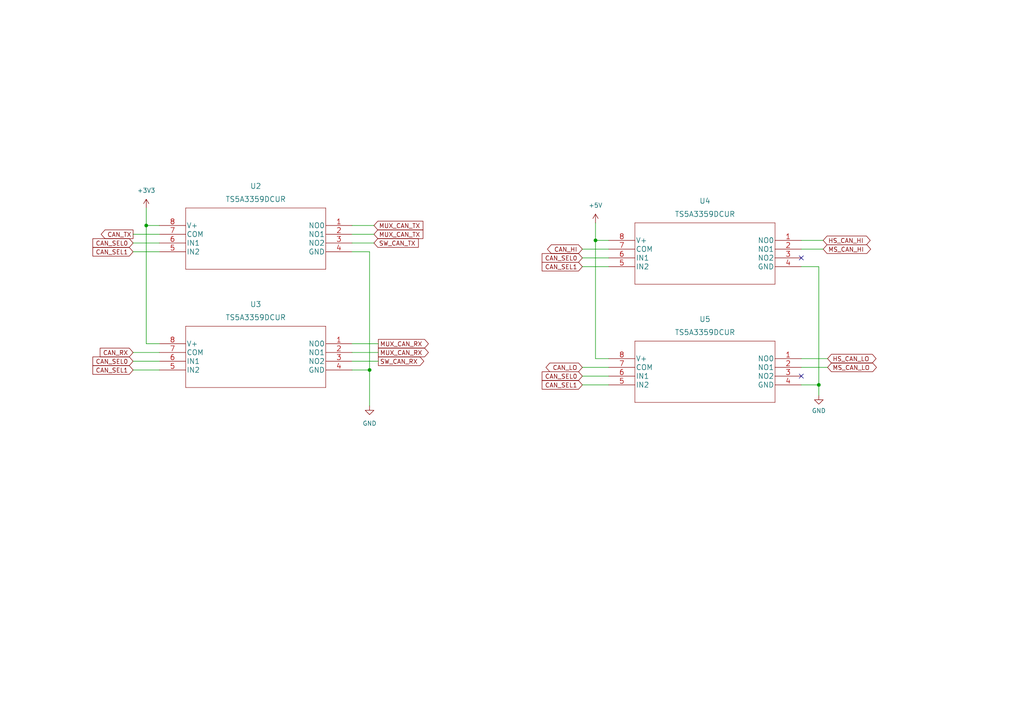
<source format=kicad_sch>
(kicad_sch (version 20211123) (generator eeschema)
  (paper "A4")
  (title_block (title "OBDII-Feather Interface") (date "2023-03-13") (rev "1.0") (company "Gavin Hurlbut"))
  (lib_symbols
    (symbol "UltraLibrarian:TS5A3359DCUR" (pin_names (offset 0.254))
      (property "Reference" "U" (at 27.94 10.16 0))
      (property "Value" "TS5A3359DCUR" (at 27.94 7.62 0))
      (symbol "TS5A3359DCUR_1_1"
        (polyline (pts (xy 7.62 -12.7) (xy 48.26 -12.7)) (stroke (width 0.127)))
        (polyline (pts (xy 7.62 5.08) (xy 7.62 -12.7)) (stroke (width 0.127)))
        (polyline (pts (xy 48.26 -12.7) (xy 48.26 5.08)) (stroke (width 0.127)))
        (polyline (pts (xy 48.26 5.08) (xy 7.62 5.08)) (stroke (width 0.127)))
        (pin output line (at 0 0 0) (length 7.62) (name "NO0") (number "1"))
        (pin output line (at 0 -2.54 0) (length 7.62) (name "NO1") (number "2"))
        (pin output line (at 0 -5.08 0) (length 7.62) (name "NO2") (number "3"))
        (pin power_in line (at 0 -7.62 0) (length 7.62) (name "GND") (number "4"))
        (pin input line (at 55.88 -7.62 180) (length 7.62) (name "IN2") (number "5"))
        (pin input line (at 55.88 -5.08 180) (length 7.62) (name "IN1") (number "6"))
        (pin unspecified line (at 55.88 -2.54 180) (length 7.62) (name "COM") (number "7"))
        (pin power_in line (at 55.88 0 180) (length 7.62) (name "V+") (number "8"))
      )
    )
    (symbol "power:+3V3" (power) (pin_names (offset 0))
      (property "Value" "+3V3" (at 0 3.556 0))
      (symbol "+3V3_0_1"
        (polyline (pts (xy -0.762 1.27) (xy 0 2.54)))
        (polyline (pts (xy 0 0) (xy 0 2.54)))
        (polyline (pts (xy 0 2.54) (xy 0.762 1.27)))
      )
      (symbol "+3V3_1_1"
        (pin power_in line (at 0 0 90) (length 0) hide (name "+3V3") (number "1"))
      )
    )
    (symbol "power:+5V" (power) (pin_names (offset 0))
      (property "Value" "+5V" (at 0 3.556 0))
      (symbol "+5V_0_1"
        (polyline (pts (xy -0.762 1.27) (xy 0 2.54)))
        (polyline (pts (xy 0 0) (xy 0 2.54)))
        (polyline (pts (xy 0 2.54) (xy 0.762 1.27)))
      )
      (symbol "+5V_1_1"
        (pin power_in line (at 0 0 90) (length 0) hide (name "+5V") (number "1"))
      )
    )
    (symbol "power:GND" (power) (pin_names (offset 0))
      (property "Value" "GND" (at 0 -3.81 0))
      (symbol "GND_0_1"
        (polyline (pts (xy 0 0) (xy 0 -1.27) (xy 1.27 -1.27) (xy 0 -2.54) (xy -1.27 -1.27) (xy 0 -1.27)))
      )
      (symbol "GND_1_1"
        (pin power_in line (at 0 0 270) (length 0) hide (name "GND") (number "1"))
      )
    )
  )
  (junction (at 237.49 111.633))
  (junction (at 107.188 107.315))
  (junction (at 172.72 69.723))
  (junction (at 42.418 65.405))
  (no_connect (at 232.41 74.803))
  (no_connect (at 232.41 109.093))
  (wire (pts (xy 107.188 73.025) (xy 102.108 73.025)))
  (wire (pts (xy 46.228 102.235) (xy 38.608 102.235)))
  (wire (pts (xy 42.418 60.325) (xy 42.418 65.405)))
  (wire (pts (xy 176.53 111.633) (xy 168.91 111.633)))
  (wire (pts (xy 46.228 73.025) (xy 38.608 73.025)))
  (wire (pts (xy 176.53 72.263) (xy 168.91 72.263)))
  (wire (pts (xy 237.49 111.633) (xy 237.49 114.681)))
  (wire (pts (xy 172.72 64.643) (xy 172.72 69.723)))
  (wire (pts (xy 108.458 65.405) (xy 102.108 65.405)))
  (wire (pts (xy 108.458 67.945) (xy 102.108 67.945)))
  (wire (pts (xy 237.49 111.633) (xy 237.49 77.343)))
  (wire (pts (xy 102.108 102.235) (xy 109.728 102.235)))
  (wire (pts (xy 107.188 107.315) (xy 107.188 73.025)))
  (wire (pts (xy 172.72 69.723) (xy 176.53 69.723)))
  (wire (pts (xy 46.228 99.695) (xy 42.418 99.695)))
  (wire (pts (xy 176.53 106.553) (xy 168.91 106.553)))
  (wire (pts (xy 46.228 107.315) (xy 38.608 107.315)))
  (wire (pts (xy 46.228 67.945) (xy 38.608 67.945)))
  (wire (pts (xy 172.72 69.723) (xy 172.72 104.013)))
  (wire (pts (xy 107.188 107.315) (xy 107.188 117.729)))
  (wire (pts (xy 176.53 104.013) (xy 172.72 104.013)))
  (wire (pts (xy 176.53 109.093) (xy 168.91 109.093)))
  (wire (pts (xy 42.418 65.405) (xy 42.418 99.695)))
  (wire (pts (xy 42.418 65.405) (xy 46.228 65.405)))
  (wire (pts (xy 238.76 69.723) (xy 232.41 69.723)))
  (wire (pts (xy 238.76 72.263) (xy 232.41 72.263)))
  (wire (pts (xy 176.53 74.803) (xy 168.91 74.803)))
  (wire (pts (xy 232.41 104.013) (xy 240.03 104.013)))
  (wire (pts (xy 237.49 77.343) (xy 232.41 77.343)))
  (wire (pts (xy 46.228 70.485) (xy 38.608 70.485)))
  (wire (pts (xy 102.108 99.695) (xy 109.728 99.695)))
  (wire (pts (xy 107.188 107.315) (xy 102.108 107.315)))
  (wire (pts (xy 102.108 104.775) (xy 109.728 104.775)))
  (wire (pts (xy 176.53 77.343) (xy 168.91 77.343)))
  (wire (pts (xy 232.41 106.553) (xy 240.03 106.553)))
  (wire (pts (xy 108.458 70.485) (xy 102.108 70.485)))
  (wire (pts (xy 237.49 111.633) (xy 232.41 111.633)))
  (wire (pts (xy 46.228 104.775) (xy 38.608 104.775)))
  (global_label "MS_CAN_LO" (shape bidirectional) (at 240.03 106.553 0) (property "Intersheet References" "${INTERSHEET_REFS}" (effects hide)))
  (global_label "CAN_TX" (shape output) (at 38.608 67.945 180) (property "Intersheet References" "${INTERSHEET_REFS}" (effects hide)))
  (global_label "MS_CAN_HI" (shape bidirectional) (at 238.76 72.263 0) (property "Intersheet References" "${INTERSHEET_REFS}" (effects hide)))
  (global_label "CAN_SEL0" (shape input) (at 168.91 109.093 180) (property "Intersheet References" "${INTERSHEET_REFS}" (effects hide)))
  (global_label "SW_CAN_TX" (shape input) (at 108.458 70.485 0) (property "Intersheet References" "${INTERSHEET_REFS}" (effects hide)))
  (global_label "MUX_CAN_RX" (shape output) (at 109.728 102.235 0) (property "Intersheet References" "${INTERSHEET_REFS}" (effects hide)))
  (global_label "CAN_LO" (shape bidirectional) (at 168.91 106.553 180) (property "Intersheet References" "${INTERSHEET_REFS}" (effects hide)))
  (global_label "CAN_SEL1" (shape input) (at 168.91 111.633 180) (property "Intersheet References" "${INTERSHEET_REFS}" (effects hide)))
  (global_label "CAN_SEL1" (shape input) (at 168.91 77.343 180) (property "Intersheet References" "${INTERSHEET_REFS}" (effects hide)))
  (global_label "MUX_CAN_TX" (shape input) (at 108.458 67.945 0) (property "Intersheet References" "${INTERSHEET_REFS}" (effects hide)))
  (global_label "HS_CAN_HI" (shape bidirectional) (at 238.76 69.723 0) (property "Intersheet References" "${INTERSHEET_REFS}" (effects hide)))
  (global_label "CAN_SEL0" (shape input) (at 38.608 104.775 180) (property "Intersheet References" "${INTERSHEET_REFS}" (effects hide)))
  (global_label "HS_CAN_LO" (shape bidirectional) (at 240.03 104.013 0) (property "Intersheet References" "${INTERSHEET_REFS}" (effects hide)))
  (global_label "MUX_CAN_RX" (shape output) (at 109.728 99.695 0) (property "Intersheet References" "${INTERSHEET_REFS}" (effects hide)))
  (global_label "CAN_SEL0" (shape input) (at 168.91 74.803 180) (property "Intersheet References" "${INTERSHEET_REFS}" (effects hide)))
  (global_label "CAN_RX" (shape input) (at 38.608 102.235 180) (property "Intersheet References" "${INTERSHEET_REFS}" (effects hide)))
  (global_label "CAN_SEL0" (shape input) (at 38.608 70.485 180) (property "Intersheet References" "${INTERSHEET_REFS}" (effects hide)))
  (global_label "CAN_SEL1" (shape input) (at 38.608 73.025 180) (property "Intersheet References" "${INTERSHEET_REFS}" (effects hide)))
  (global_label "MUX_CAN_TX" (shape input) (at 108.458 65.405 0) (property "Intersheet References" "${INTERSHEET_REFS}" (effects hide)))
  (global_label "SW_CAN_RX" (shape output) (at 109.728 104.775 0) (property "Intersheet References" "${INTERSHEET_REFS}" (effects hide)))
  (global_label "CAN_HI" (shape bidirectional) (at 168.91 72.263 180) (property "Intersheet References" "${INTERSHEET_REFS}" (effects hide)))
  (global_label "CAN_SEL1" (shape input) (at 38.608 107.315 180) (property "Intersheet References" "${INTERSHEET_REFS}" (effects hide)))
  (symbol (lib_id "UltraLibrarian:TS5A3359DCUR") (at 232.41 69.723 0) (mirror y) (unit 1)
    (property "Reference" "U4" (at 204.47 58.293 0) (effects (font (size 1.524 1.524))))
    (property "Value" "TS5A3359DCUR" (at 204.47 62.103 0) (effects (font (size 1.524 1.524))))
    (property "Footprint" "UltraLibrarian:TS5A3359DCUR" (effects hide))
    (property "Digikey" "296-21193-1-ND" (effects hide))
  )
  (symbol (lib_id "UltraLibrarian:TS5A3359DCUR") (at 232.41 104.013 0) (mirror y) (unit 1)
    (property "Reference" "U5" (at 204.47 92.583 0) (effects (font (size 1.524 1.524))))
    (property "Value" "TS5A3359DCUR" (at 204.47 96.393 0) (effects (font (size 1.524 1.524))))
    (property "Footprint" "UltraLibrarian:TS5A3359DCUR" (effects hide))
    (property "Digikey" "296-21193-1-ND" (effects hide))
  )
  (symbol (lib_id "power:+3V3") (at 42.418 60.325 0) (mirror y) (unit 1)
    (property "Reference" "#PWR010" (effects hide))
    (property "Value" "+3V3" (at 42.418 55.245 0))
  )
  (symbol (lib_id "power:+5V") (at 172.72 64.643 0) (unit 1)
    (property "Reference" "#PWR012" (effects hide))
    (property "Value" "+5V" (at 172.72 59.563 0))
  )
  (symbol (lib_id "power:GND") (at 107.188 117.729 0) (mirror y) (unit 1)
    (property "Reference" "#PWR011" (effects hide))
    (property "Value" "GND" (at 107.188 122.809 0))
  )
  (symbol (lib_id "UltraLibrarian:TS5A3359DCUR") (at 102.108 99.695 0) (mirror y) (unit 1)
    (property "Reference" "U3" (at 74.168 88.265 0) (effects (font (size 1.524 1.524))))
    (property "Value" "TS5A3359DCUR" (at 74.168 92.075 0) (effects (font (size 1.524 1.524))))
    (property "Footprint" "UltraLibrarian:TS5A3359DCUR" (effects hide))
    (property "Digikey" "296-21193-1-ND" (effects hide))
  )
  (symbol (lib_id "UltraLibrarian:TS5A3359DCUR") (at 102.108 65.405 0) (mirror y) (unit 1)
    (property "Reference" "U2" (at 74.168 53.975 0) (effects (font (size 1.524 1.524))))
    (property "Value" "TS5A3359DCUR" (at 74.168 57.785 0) (effects (font (size 1.524 1.524))))
    (property "Footprint" "UltraLibrarian:TS5A3359DCUR" (effects hide))
    (property "Digikey" "296-21193-1-ND" (effects hide))
  )
  (symbol (lib_id "power:GND") (at 237.49 114.681 0) (mirror y) (unit 1)
    (property "Reference" "#PWR013" (effects hide))
    (property "Value" "GND" (at 237.49 119.1339 0))
  )
)
</source>
